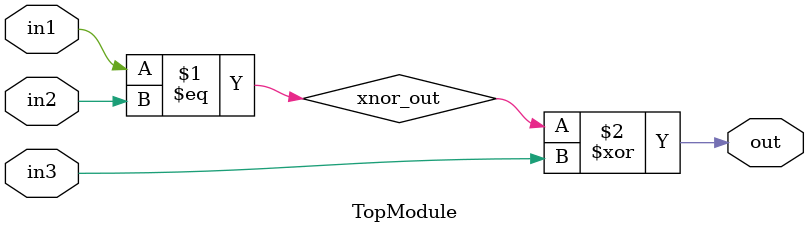
<source format=sv>

module TopModule (
  input in1,
  input in2,
  input in3,
  output logic out
);

  // Calculate XNOR of in1 and in2 using assign statement
  logic xnor_out;
  assign xnor_out = (in1 == in2);
  
  // XOR the XNOR result with in3 to get the final output using assign statement
  assign out = xnor_out ^ in3;

endmodule

// VERILOG-EVAL: errant inclusion of module definition

</source>
